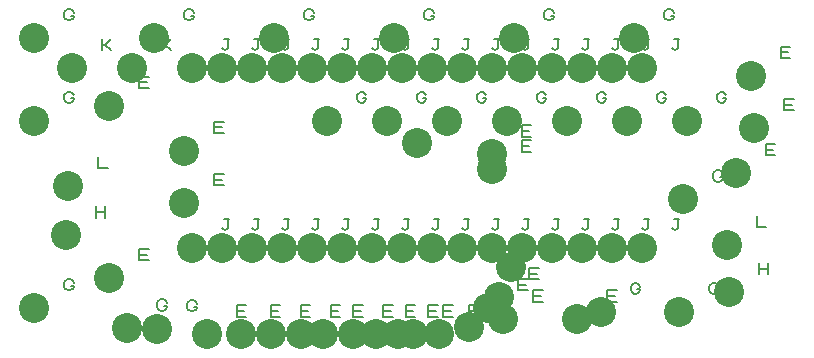
<source format=gbr>
G04 DesignSpark PCB PRO Gerber Version 10.0 Build 5299*
G04 #@! TF.Part,Single*
G04 #@! TF.FileFunction,Drillmap*
G04 #@! TF.FilePolarity,Positive*
%FSLAX35Y35*%
%MOIN*%
%ADD15C,0.00500*%
G04 #@! TA.AperFunction,ViaPad*
%ADD16C,0.10000*%
G04 #@! TD.AperFunction*
X0Y0D02*
D02*
D15*
X157349Y74844D02*
X158287D01*
Y74532D01*
X157974Y73907D01*
X157662Y73594D01*
X157037Y73282D01*
X156412D01*
X155787Y73594D01*
X155474Y73907D01*
X155162Y74532D01*
Y75782D01*
X155474Y76407D01*
X155787Y76720D01*
X156412Y77032D01*
X157037D01*
X157662Y76720D01*
X157974Y76407D01*
X158287Y75782D01*
X157349Y137344D02*
X158287D01*
Y137032D01*
X157974Y136407D01*
X157662Y136094D01*
X157037Y135782D01*
X156412D01*
X155787Y136094D01*
X155474Y136407D01*
X155162Y137032D01*
Y138282D01*
X155474Y138907D01*
X155787Y139220D01*
X156412Y139532D01*
X157037D01*
X157662Y139220D01*
X157974Y138907D01*
X158287Y138282D01*
X157349Y164844D02*
X158287D01*
Y164532D01*
X157974Y163907D01*
X157662Y163594D01*
X157037Y163282D01*
X156412D01*
X155787Y163594D01*
X155474Y163907D01*
X155162Y164532D01*
Y165782D01*
X155474Y166407D01*
X155787Y166720D01*
X156412Y167032D01*
X157037D01*
X157662Y166720D01*
X157974Y166407D01*
X158287Y165782D01*
X165615Y97534D02*
Y101284D01*
Y99409D02*
X168740D01*
Y97534D02*
Y101284D01*
X166441Y117819D02*
Y114069D01*
X169567D01*
X167662Y153282D02*
Y157032D01*
Y155157D02*
X168599D01*
X170787Y157032D01*
X168599Y155157D02*
X170787Y153282D01*
X180162Y83282D02*
Y87032D01*
X183287D01*
X182662Y85157D02*
X180162D01*
Y83282D02*
X183287D01*
X180162Y140782D02*
Y144532D01*
X183287D01*
X182662Y142657D02*
X180162D01*
Y140782D02*
X183287D01*
X188386Y68093D02*
X189324D01*
Y67780D01*
X189011Y67155D01*
X188699Y66843D01*
X188074Y66530D01*
X187449D01*
X186824Y66843D01*
X186511Y67155D01*
X186199Y67780D01*
Y69030D01*
X186511Y69655D01*
X186824Y69968D01*
X187449Y70280D01*
X188074D01*
X188699Y69968D01*
X189011Y69655D01*
X189324Y69030D01*
X187662Y153282D02*
Y157032D01*
Y155157D02*
X188599D01*
X190787Y157032D01*
X188599Y155157D02*
X190787Y153282D01*
X197349Y164844D02*
X198287D01*
Y164532D01*
X197974Y163907D01*
X197662Y163594D01*
X197037Y163282D01*
X196412D01*
X195787Y163594D01*
X195474Y163907D01*
X195162Y164532D01*
Y165782D01*
X195474Y166407D01*
X195787Y166720D01*
X196412Y167032D01*
X197037D01*
X197662Y166720D01*
X197974Y166407D01*
X198287Y165782D01*
X198370Y67843D02*
X199308D01*
Y67530D01*
X198996Y66906D01*
X198683Y66593D01*
X198058Y66280D01*
X197433D01*
X196808Y66593D01*
X196496Y66906D01*
X196183Y67530D01*
Y68780D01*
X196496Y69406D01*
X196808Y69718D01*
X197433Y70030D01*
X198058D01*
X198683Y69718D01*
X198996Y69406D01*
X199308Y68780D01*
X205162Y108282D02*
Y112032D01*
X208287D01*
X207662Y110157D02*
X205162D01*
Y108282D02*
X208287D01*
X205162Y125782D02*
Y129532D01*
X208287D01*
X207662Y127657D02*
X205162D01*
Y125782D02*
X208287D01*
X207672Y93941D02*
X207984Y93628D01*
X208609Y93315D01*
X209234Y93628D01*
X209547Y93941D01*
Y97065D01*
X210172D01*
X209547D02*
X208297D01*
X207672Y153941D02*
X207984Y153628D01*
X208609Y153315D01*
X209234Y153628D01*
X209547Y153941D01*
Y157065D01*
X210172D01*
X209547D02*
X208297D01*
X212662Y64532D02*
Y68282D01*
X215787D01*
X215162Y66407D02*
X212662D01*
Y64532D02*
X215787D01*
X217672Y93941D02*
X217984Y93628D01*
X218609Y93315D01*
X219234Y93628D01*
X219547Y93941D01*
Y97065D01*
X220172D01*
X219547D02*
X218297D01*
X217672Y153941D02*
X217984Y153628D01*
X218609Y153315D01*
X219234Y153628D01*
X219547Y153941D01*
Y157065D01*
X220172D01*
X219547D02*
X218297D01*
X223912Y64532D02*
Y68282D01*
X227037D01*
X226412Y66407D02*
X223912D01*
Y64532D02*
X227037D01*
X227672Y93941D02*
X227984Y93628D01*
X228609Y93315D01*
X229234Y93628D01*
X229547Y93941D01*
Y97065D01*
X230172D01*
X229547D02*
X228297D01*
X227672Y153941D02*
X227984Y153628D01*
X228609Y153315D01*
X229234Y153628D01*
X229547Y153941D01*
Y157065D01*
X230172D01*
X229547D02*
X228297D01*
X233912Y64532D02*
Y68282D01*
X237037D01*
X236412Y66407D02*
X233912D01*
Y64532D02*
X237037D01*
X237349Y164844D02*
X238287D01*
Y164532D01*
X237974Y163907D01*
X237662Y163594D01*
X237037Y163282D01*
X236412D01*
X235787Y163594D01*
X235474Y163907D01*
X235162Y164532D01*
Y165782D01*
X235474Y166407D01*
X235787Y166720D01*
X236412Y167032D01*
X237037D01*
X237662Y166720D01*
X237974Y166407D01*
X238287Y165782D01*
X237672Y93941D02*
X237984Y93628D01*
X238609Y93315D01*
X239234Y93628D01*
X239547Y93941D01*
Y97065D01*
X240172D01*
X239547D02*
X238297D01*
X237672Y153941D02*
X237984Y153628D01*
X238609Y153315D01*
X239234Y153628D01*
X239547Y153941D01*
Y157065D01*
X240172D01*
X239547D02*
X238297D01*
X243912Y64532D02*
Y68282D01*
X247037D01*
X246412Y66407D02*
X243912D01*
Y64532D02*
X247037D01*
X247672Y93941D02*
X247984Y93628D01*
X248609Y93315D01*
X249234Y93628D01*
X249547Y93941D01*
Y97065D01*
X250172D01*
X249547D02*
X248297D01*
X247672Y153941D02*
X247984Y153628D01*
X248609Y153315D01*
X249234Y153628D01*
X249547Y153941D01*
Y157065D01*
X250172D01*
X249547D02*
X248297D01*
X251412Y64532D02*
Y68282D01*
X254537D01*
X253912Y66407D02*
X251412D01*
Y64532D02*
X254537D01*
X254849Y137344D02*
X255787D01*
Y137032D01*
X255474Y136407D01*
X255162Y136094D01*
X254537Y135782D01*
X253912D01*
X253287Y136094D01*
X252974Y136407D01*
X252662Y137032D01*
Y138282D01*
X252974Y138907D01*
X253287Y139220D01*
X253912Y139532D01*
X254537D01*
X255162Y139220D01*
X255474Y138907D01*
X255787Y138282D01*
X257672Y93941D02*
X257984Y93628D01*
X258609Y93315D01*
X259234Y93628D01*
X259547Y93941D01*
Y97065D01*
X260172D01*
X259547D02*
X258297D01*
X257672Y153941D02*
X257984Y153628D01*
X258609Y153315D01*
X259234Y153628D01*
X259547Y153941D01*
Y157065D01*
X260172D01*
X259547D02*
X258297D01*
X261412Y64532D02*
Y68282D01*
X264537D01*
X263912Y66407D02*
X261412D01*
Y64532D02*
X264537D01*
X267672Y93941D02*
X267984Y93628D01*
X268609Y93315D01*
X269234Y93628D01*
X269547Y93941D01*
Y97065D01*
X270172D01*
X269547D02*
X268297D01*
X267672Y153941D02*
X267984Y153628D01*
X268609Y153315D01*
X269234Y153628D01*
X269547Y153941D01*
Y157065D01*
X270172D01*
X269547D02*
X268297D01*
X268912Y64532D02*
Y68282D01*
X272037D01*
X271412Y66407D02*
X268912D01*
Y64532D02*
X272037D01*
X274849Y137344D02*
X275787D01*
Y137032D01*
X275474Y136407D01*
X275162Y136094D01*
X274537Y135782D01*
X273912D01*
X273287Y136094D01*
X272974Y136407D01*
X272662Y137032D01*
Y138282D01*
X272974Y138907D01*
X273287Y139220D01*
X273912Y139532D01*
X274537D01*
X275162Y139220D01*
X275474Y138907D01*
X275787Y138282D01*
X277349Y164844D02*
X278287D01*
Y164532D01*
X277974Y163907D01*
X277662Y163594D01*
X277037Y163282D01*
X276412D01*
X275787Y163594D01*
X275474Y163907D01*
X275162Y164532D01*
Y165782D01*
X275474Y166407D01*
X275787Y166720D01*
X276412Y167032D01*
X277037D01*
X277662Y166720D01*
X277974Y166407D01*
X278287Y165782D01*
X276412Y64532D02*
Y68282D01*
X279537D01*
X278912Y66407D02*
X276412D01*
Y64532D02*
X279537D01*
X277672Y93941D02*
X277984Y93628D01*
X278609Y93315D01*
X279234Y93628D01*
X279547Y93941D01*
Y97065D01*
X280172D01*
X279547D02*
X278297D01*
X277672Y153941D02*
X277984Y153628D01*
X278609Y153315D01*
X279234Y153628D01*
X279547Y153941D01*
Y157065D01*
X280172D01*
X279547D02*
X278297D01*
X281412Y64532D02*
Y68282D01*
X284537D01*
X283912Y66407D02*
X281412D01*
Y64532D02*
X284537D01*
X282662Y128282D02*
Y132032D01*
X285787D01*
X285162Y130157D02*
X282662D01*
Y128282D02*
X285787D01*
X287672Y93941D02*
X287984Y93628D01*
X288609Y93315D01*
X289234Y93628D01*
X289547Y93941D01*
Y97065D01*
X290172D01*
X289547D02*
X288297D01*
X287672Y153941D02*
X287984Y153628D01*
X288609Y153315D01*
X289234Y153628D01*
X289547Y153941D01*
Y157065D01*
X290172D01*
X289547D02*
X288297D01*
X290162Y64532D02*
Y68282D01*
X293287D01*
X292662Y66407D02*
X290162D01*
Y64532D02*
X293287D01*
X294849Y137344D02*
X295787D01*
Y137032D01*
X295474Y136407D01*
X295162Y136094D01*
X294537Y135782D01*
X293912D01*
X293287Y136094D01*
X292974Y136407D01*
X292662Y137032D01*
Y138282D01*
X292974Y138907D01*
X293287Y139220D01*
X293912Y139532D01*
X294537D01*
X295162Y139220D01*
X295474Y138907D01*
X295787Y138282D01*
X297672Y93941D02*
X297984Y93628D01*
X298609Y93315D01*
X299234Y93628D01*
X299547Y93941D01*
Y97065D01*
X300172D01*
X299547D02*
X298297D01*
X297672Y153941D02*
X297984Y153628D01*
X298609Y153315D01*
X299234Y153628D01*
X299547Y153941D01*
Y157065D01*
X300172D01*
X299547D02*
X298297D01*
X300162Y67032D02*
Y70782D01*
X303287D01*
X302662Y68907D02*
X300162D01*
Y67032D02*
X303287D01*
X306412Y73282D02*
Y77032D01*
X309537D01*
X308912Y75157D02*
X306412D01*
Y73282D02*
X309537D01*
X307662Y119532D02*
Y123282D01*
X310787D01*
X310162Y121407D02*
X307662D01*
Y119532D02*
X310787D01*
X307662Y124532D02*
Y128282D01*
X310787D01*
X310162Y126407D02*
X307662D01*
Y124532D02*
X310787D01*
X307672Y93941D02*
X307984Y93628D01*
X308609Y93315D01*
X309234Y93628D01*
X309547Y93941D01*
Y97065D01*
X310172D01*
X309547D02*
X308297D01*
X307672Y153941D02*
X307984Y153628D01*
X308609Y153315D01*
X309234Y153628D01*
X309547Y153941D01*
Y157065D01*
X310172D01*
X309547D02*
X308297D01*
X310162Y77032D02*
Y80782D01*
X313287D01*
X312662Y78907D02*
X310162D01*
Y77032D02*
X313287D01*
X311412Y69532D02*
Y73282D01*
X314537D01*
X313912Y71407D02*
X311412D01*
Y69532D02*
X314537D01*
X314849Y137344D02*
X315787D01*
Y137032D01*
X315474Y136407D01*
X315162Y136094D01*
X314537Y135782D01*
X313912D01*
X313287Y136094D01*
X312974Y136407D01*
X312662Y137032D01*
Y138282D01*
X312974Y138907D01*
X313287Y139220D01*
X313912Y139532D01*
X314537D01*
X315162Y139220D01*
X315474Y138907D01*
X315787Y138282D01*
X313912Y87032D02*
Y90782D01*
X317037D01*
X316412Y88907D02*
X313912D01*
Y87032D02*
X317037D01*
X317349Y164844D02*
X318287D01*
Y164532D01*
X317974Y163907D01*
X317662Y163594D01*
X317037Y163282D01*
X316412D01*
X315787Y163594D01*
X315474Y163907D01*
X315162Y164532D01*
Y165782D01*
X315474Y166407D01*
X315787Y166720D01*
X316412Y167032D01*
X317037D01*
X317662Y166720D01*
X317974Y166407D01*
X318287Y165782D01*
X317672Y93941D02*
X317984Y93628D01*
X318609Y93315D01*
X319234Y93628D01*
X319547Y93941D01*
Y97065D01*
X320172D01*
X319547D02*
X318297D01*
X317672Y153941D02*
X317984Y153628D01*
X318609Y153315D01*
X319234Y153628D01*
X319547Y153941D01*
Y157065D01*
X320172D01*
X319547D02*
X318297D01*
X327672Y93941D02*
X327984Y93628D01*
X328609Y93315D01*
X329234Y93628D01*
X329547Y93941D01*
Y97065D01*
X330172D01*
X329547D02*
X328297D01*
X327672Y153941D02*
X327984Y153628D01*
X328609Y153315D01*
X329234Y153628D01*
X329547Y153941D01*
Y157065D01*
X330172D01*
X329547D02*
X328297D01*
X334849Y137344D02*
X335787D01*
Y137032D01*
X335474Y136407D01*
X335162Y136094D01*
X334537Y135782D01*
X333912D01*
X333287Y136094D01*
X332974Y136407D01*
X332662Y137032D01*
Y138282D01*
X332974Y138907D01*
X333287Y139220D01*
X333912Y139532D01*
X334537D01*
X335162Y139220D01*
X335474Y138907D01*
X335787Y138282D01*
X336166Y69532D02*
Y73282D01*
X339291D01*
X338666Y71407D02*
X336166D01*
Y69532D02*
X339291D01*
X337672Y93941D02*
X337984Y93628D01*
X338609Y93315D01*
X339234Y93628D01*
X339547Y93941D01*
Y97065D01*
X340172D01*
X339547D02*
X338297D01*
X337672Y153941D02*
X337984Y153628D01*
X338609Y153315D01*
X339234Y153628D01*
X339547Y153941D01*
Y157065D01*
X340172D01*
X339547D02*
X338297D01*
X346099Y73594D02*
X347037D01*
Y73282D01*
X346724Y72657D01*
X346412Y72344D01*
X345787Y72032D01*
X345162D01*
X344537Y72344D01*
X344224Y72657D01*
X343912Y73282D01*
Y74532D01*
X344224Y75157D01*
X344537Y75470D01*
X345162Y75782D01*
X345787D01*
X346412Y75470D01*
X346724Y75157D01*
X347037Y74532D01*
X347672Y93941D02*
X347984Y93628D01*
X348609Y93315D01*
X349234Y93628D01*
X349547Y93941D01*
Y97065D01*
X350172D01*
X349547D02*
X348297D01*
X347672Y153941D02*
X347984Y153628D01*
X348609Y153315D01*
X349234Y153628D01*
X349547Y153941D01*
Y157065D01*
X350172D01*
X349547D02*
X348297D01*
X354849Y137344D02*
X355787D01*
Y137032D01*
X355474Y136407D01*
X355162Y136094D01*
X354537Y135782D01*
X353912D01*
X353287Y136094D01*
X352974Y136407D01*
X352662Y137032D01*
Y138282D01*
X352974Y138907D01*
X353287Y139220D01*
X353912Y139532D01*
X354537D01*
X355162Y139220D01*
X355474Y138907D01*
X355787Y138282D01*
X357349Y164844D02*
X358287D01*
Y164532D01*
X357974Y163907D01*
X357662Y163594D01*
X357037Y163282D01*
X356412D01*
X355787Y163594D01*
X355474Y163907D01*
X355162Y164532D01*
Y165782D01*
X355474Y166407D01*
X355787Y166720D01*
X356412Y167032D01*
X357037D01*
X357662Y166720D01*
X357974Y166407D01*
X358287Y165782D01*
X357672Y93941D02*
X357984Y93628D01*
X358609Y93315D01*
X359234Y93628D01*
X359547Y93941D01*
Y97065D01*
X360172D01*
X359547D02*
X358297D01*
X357672Y153941D02*
X357984Y153628D01*
X358609Y153315D01*
X359234Y153628D01*
X359547Y153941D01*
Y157065D01*
X360172D01*
X359547D02*
X358297D01*
X372349Y73594D02*
X373287D01*
Y73282D01*
X372974Y72657D01*
X372662Y72344D01*
X372037Y72032D01*
X371412D01*
X370787Y72344D01*
X370474Y72657D01*
X370162Y73282D01*
Y74532D01*
X370474Y75157D01*
X370787Y75470D01*
X371412Y75782D01*
X372037D01*
X372662Y75470D01*
X372974Y75157D01*
X373287Y74532D01*
X373599Y111094D02*
X374537D01*
Y110782D01*
X374224Y110157D01*
X373912Y109844D01*
X373287Y109532D01*
X372662D01*
X372037Y109844D01*
X371724Y110157D01*
X371412Y110782D01*
Y112032D01*
X371724Y112657D01*
X372037Y112970D01*
X372662Y113282D01*
X373287D01*
X373912Y112970D01*
X374224Y112657D01*
X374537Y112032D01*
X374849Y137344D02*
X375787D01*
Y137032D01*
X375474Y136407D01*
X375162Y136094D01*
X374537Y135782D01*
X373912D01*
X373287Y136094D01*
X372974Y136407D01*
X372662Y137032D01*
Y138282D01*
X372974Y138907D01*
X373287Y139220D01*
X373912Y139532D01*
X374537D01*
X375162Y139220D01*
X375474Y138907D01*
X375787Y138282D01*
X385890Y98134D02*
Y94384D01*
X389015D01*
X386717Y78636D02*
Y82386D01*
Y80511D02*
X389842D01*
Y78636D02*
Y82386D01*
X388912Y118282D02*
Y122032D01*
X392037D01*
X391412Y120157D02*
X388912D01*
Y118282D02*
X392037D01*
X393912Y150782D02*
Y154532D01*
X397037D01*
X396412Y152657D02*
X393912D01*
Y150782D02*
X397037D01*
X395162Y133282D02*
Y137032D01*
X398287D01*
X397662Y135157D02*
X395162D01*
Y133282D02*
X398287D01*
D02*
D16*
X145162Y67344D03*
Y129844D03*
Y157344D03*
X155615Y91596D03*
X156441Y108132D03*
X157662Y147344D03*
X170162Y77344D03*
Y134844D03*
X176199Y60593D03*
X177662Y147344D03*
X185162Y157344D03*
X186183Y60343D03*
X195162Y102344D03*
Y119844D03*
X197672Y87378D03*
Y147378D03*
X202662Y58594D03*
X207672Y87378D03*
Y147378D03*
X213912Y58594D03*
X217672Y87378D03*
Y147378D03*
X223912Y58594D03*
X225162Y157344D03*
X227672Y87378D03*
Y147378D03*
X233912Y58594D03*
X237672Y87378D03*
Y147378D03*
X241412Y58594D03*
X242662Y129844D03*
X247672Y87378D03*
Y147378D03*
X251412Y58594D03*
X257672Y87378D03*
Y147378D03*
X258912Y58594D03*
X262662Y129844D03*
X265162Y157344D03*
X266412Y58594D03*
X267672Y87378D03*
Y147378D03*
X271412Y58594D03*
X272662Y122344D03*
X277672Y87378D03*
Y147378D03*
X280162Y58594D03*
X282662Y129844D03*
X287672Y87378D03*
Y147378D03*
X290162Y61094D03*
X296412Y67344D03*
X297662Y113594D03*
Y118594D03*
X297672Y87378D03*
Y147378D03*
X300162Y71094D03*
X301412Y63594D03*
X302662Y129844D03*
X303912Y81094D03*
X305162Y157344D03*
X307672Y87378D03*
Y147378D03*
X317672Y87378D03*
Y147378D03*
X322662Y129844D03*
X326166Y63594D03*
X327672Y87378D03*
Y147378D03*
X333912Y66094D03*
X337672Y87378D03*
Y147378D03*
X342662Y129844D03*
X345162Y157344D03*
X347672Y87378D03*
Y147378D03*
X360162Y66094D03*
X361412Y103594D03*
X362662Y129844D03*
X375890Y88447D03*
X376717Y72699D03*
X378912Y112344D03*
X383912Y144844D03*
X385162Y127344D03*
X0Y0D02*
M02*

</source>
